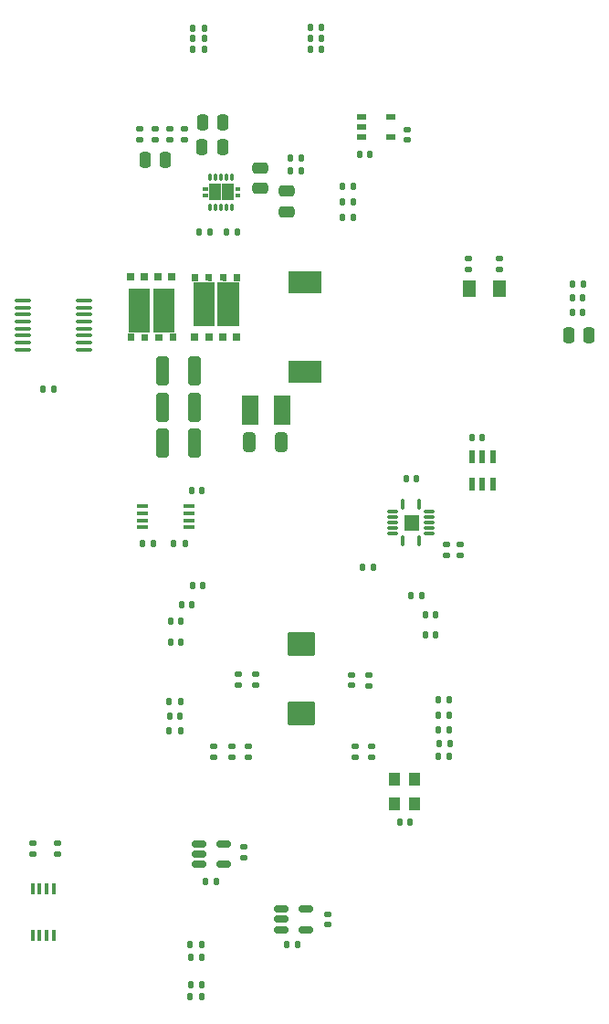
<source format=gbr>
%TF.GenerationSoftware,KiCad,Pcbnew,7.0.1*%
%TF.CreationDate,2023-05-29T11:52:31-05:00*%
%TF.ProjectId,bitaxeMax,62697461-7865-44d6-9178-2e6b69636164,rev?*%
%TF.SameCoordinates,Original*%
%TF.FileFunction,Paste,Top*%
%TF.FilePolarity,Positive*%
%FSLAX46Y46*%
G04 Gerber Fmt 4.6, Leading zero omitted, Abs format (unit mm)*
G04 Created by KiCad (PCBNEW 7.0.1) date 2023-05-29 11:52:31*
%MOMM*%
%LPD*%
G01*
G04 APERTURE LIST*
G04 Aperture macros list*
%AMRoundRect*
0 Rectangle with rounded corners*
0 $1 Rounding radius*
0 $2 $3 $4 $5 $6 $7 $8 $9 X,Y pos of 4 corners*
0 Add a 4 corners polygon primitive as box body*
4,1,4,$2,$3,$4,$5,$6,$7,$8,$9,$2,$3,0*
0 Add four circle primitives for the rounded corners*
1,1,$1+$1,$2,$3*
1,1,$1+$1,$4,$5*
1,1,$1+$1,$6,$7*
1,1,$1+$1,$8,$9*
0 Add four rect primitives between the rounded corners*
20,1,$1+$1,$2,$3,$4,$5,0*
20,1,$1+$1,$4,$5,$6,$7,0*
20,1,$1+$1,$6,$7,$8,$9,0*
20,1,$1+$1,$8,$9,$2,$3,0*%
G04 Aperture macros list end*
%ADD10C,0.010000*%
%ADD11C,0.001000*%
%ADD12RoundRect,0.135000X-0.135000X-0.185000X0.135000X-0.185000X0.135000X0.185000X-0.135000X0.185000X0*%
%ADD13RoundRect,0.250000X0.475000X-0.250000X0.475000X0.250000X-0.475000X0.250000X-0.475000X-0.250000X0*%
%ADD14RoundRect,0.140000X-0.170000X0.140000X-0.170000X-0.140000X0.170000X-0.140000X0.170000X0.140000X0*%
%ADD15RoundRect,0.040600X0.249400X-0.564400X0.249400X0.564400X-0.249400X0.564400X-0.249400X-0.564400X0*%
%ADD16RoundRect,0.100000X-0.637500X-0.100000X0.637500X-0.100000X0.637500X0.100000X-0.637500X0.100000X0*%
%ADD17RoundRect,0.135000X-0.185000X0.135000X-0.185000X-0.135000X0.185000X-0.135000X0.185000X0.135000X0*%
%ADD18RoundRect,0.140000X0.140000X0.170000X-0.140000X0.170000X-0.140000X-0.170000X0.140000X-0.170000X0*%
%ADD19RoundRect,0.250000X0.250000X0.475000X-0.250000X0.475000X-0.250000X-0.475000X0.250000X-0.475000X0*%
%ADD20RoundRect,0.250000X-0.475000X0.250000X-0.475000X-0.250000X0.475000X-0.250000X0.475000X0.250000X0*%
%ADD21RoundRect,0.250000X-0.250000X-0.475000X0.250000X-0.475000X0.250000X0.475000X-0.250000X0.475000X0*%
%ADD22R,1.168400X1.600200*%
%ADD23RoundRect,0.150000X-0.512500X-0.150000X0.512500X-0.150000X0.512500X0.150000X-0.512500X0.150000X0*%
%ADD24RoundRect,0.140000X-0.140000X-0.170000X0.140000X-0.170000X0.140000X0.170000X-0.140000X0.170000X0*%
%ADD25RoundRect,0.140000X0.170000X-0.140000X0.170000X0.140000X-0.170000X0.140000X-0.170000X-0.140000X0*%
%ADD26R,0.400000X1.100000*%
%ADD27RoundRect,0.007800X-0.122200X0.442200X-0.122200X-0.442200X0.122200X-0.442200X0.122200X0.442200X0*%
%ADD28RoundRect,0.007800X-0.442200X-0.122200X0.442200X-0.122200X0.442200X0.122200X-0.442200X0.122200X0*%
%ADD29R,3.100000X2.000000*%
%ADD30RoundRect,0.135000X0.135000X0.185000X-0.135000X0.185000X-0.135000X-0.185000X0.135000X-0.185000X0*%
%ADD31RoundRect,0.135000X0.185000X-0.135000X0.185000X0.135000X-0.185000X0.135000X-0.185000X-0.135000X0*%
%ADD32R,1.100000X0.400000*%
%ADD33RoundRect,0.250000X-1.025000X0.875000X-1.025000X-0.875000X1.025000X-0.875000X1.025000X0.875000X0*%
%ADD34R,0.700000X0.800000*%
%ADD35RoundRect,0.007874X-0.112126X0.292126X-0.112126X-0.292126X0.112126X-0.292126X0.112126X0.292126X0*%
%ADD36R,1.600000X2.700000*%
%ADD37RoundRect,0.250000X-0.325000X-1.100000X0.325000X-1.100000X0.325000X1.100000X-0.325000X1.100000X0*%
%ADD38R,1.100000X1.300000*%
%ADD39RoundRect,0.250000X0.325000X0.650000X-0.325000X0.650000X-0.325000X-0.650000X0.325000X-0.650000X0*%
%ADD40R,0.952500X0.558800*%
G04 APERTURE END LIST*
%TO.C,U2*%
D10*
X116474000Y-100726000D02*
X115174000Y-100726000D01*
X115174000Y-99426000D01*
X116474000Y-99426000D01*
X116474000Y-100726000D01*
G36*
X116474000Y-100726000D02*
G01*
X115174000Y-100726000D01*
X115174000Y-99426000D01*
X116474000Y-99426000D01*
X116474000Y-100726000D01*
G37*
%TO.C,Q2*%
X98591600Y-77590200D02*
X98061600Y-77580200D01*
X98061600Y-77020200D01*
X98591600Y-77020200D01*
X98591600Y-77590200D01*
G36*
X98591600Y-77590200D02*
G01*
X98061600Y-77580200D01*
X98061600Y-77020200D01*
X98591600Y-77020200D01*
X98591600Y-77590200D01*
G37*
X97291600Y-77590200D02*
X96761600Y-77580200D01*
X96761600Y-77020200D01*
X97291600Y-77020200D01*
X97291600Y-77590200D01*
G36*
X97291600Y-77590200D02*
G01*
X96761600Y-77580200D01*
X96761600Y-77020200D01*
X97291600Y-77020200D01*
X97291600Y-77590200D01*
G37*
X99881600Y-77610200D02*
X99351600Y-77600200D01*
X99351600Y-77040200D01*
X99881600Y-77040200D01*
X99881600Y-77610200D01*
G36*
X99881600Y-77610200D02*
G01*
X99351600Y-77600200D01*
X99351600Y-77040200D01*
X99881600Y-77040200D01*
X99881600Y-77610200D01*
G37*
X95991600Y-77610200D02*
X95461600Y-77600200D01*
X95461600Y-77040200D01*
X95991600Y-77040200D01*
X95991600Y-77610200D01*
G36*
X95991600Y-77610200D02*
G01*
X95461600Y-77600200D01*
X95461600Y-77040200D01*
X95991600Y-77040200D01*
X95991600Y-77610200D01*
G37*
X97521600Y-81790200D02*
X95601600Y-81790200D01*
X95601600Y-77810200D01*
X97521600Y-77810200D01*
X97521600Y-81790200D01*
G36*
X97521600Y-81790200D02*
G01*
X95601600Y-81790200D01*
X95601600Y-77810200D01*
X97521600Y-77810200D01*
X97521600Y-81790200D01*
G37*
X99801600Y-81800200D02*
X97881600Y-81800200D01*
X97881600Y-77820200D01*
X99801600Y-77820200D01*
X99801600Y-81800200D01*
G36*
X99801600Y-81800200D02*
G01*
X97881600Y-81800200D01*
X97881600Y-77820200D01*
X99801600Y-77820200D01*
X99801600Y-81800200D01*
G37*
%TO.C,U9*%
D11*
X99901691Y-69222200D02*
X99531691Y-69222200D01*
X99531691Y-68972200D01*
X99901691Y-68972200D01*
X99901691Y-69222200D01*
G36*
X99901691Y-69222200D02*
G01*
X99531691Y-69222200D01*
X99531691Y-68972200D01*
X99901691Y-68972200D01*
X99901691Y-69222200D01*
G37*
X96871691Y-69222200D02*
X96501691Y-69222200D01*
X96501691Y-68972200D01*
X96871691Y-68972200D01*
X96871691Y-69222200D01*
G36*
X96871691Y-69222200D02*
G01*
X96501691Y-69222200D01*
X96501691Y-68972200D01*
X96871691Y-68972200D01*
X96871691Y-69222200D01*
G37*
X99901691Y-69872200D02*
X99531691Y-69872200D01*
X99531691Y-69622200D01*
X99901691Y-69622200D01*
X99901691Y-69872200D01*
G36*
X99901691Y-69872200D02*
G01*
X99531691Y-69872200D01*
X99531691Y-69622200D01*
X99901691Y-69622200D01*
X99901691Y-69872200D01*
G37*
X96871691Y-69872200D02*
X96501691Y-69872200D01*
X96501691Y-69622200D01*
X96871691Y-69622200D01*
X96871691Y-69872200D01*
G36*
X96871691Y-69872200D02*
G01*
X96501691Y-69872200D01*
X96501691Y-69622200D01*
X96871691Y-69622200D01*
X96871691Y-69872200D01*
G37*
X99311691Y-70132200D02*
X98301691Y-70132200D01*
X98301691Y-68682200D01*
X99311691Y-68682200D01*
X99311691Y-70132200D01*
G36*
X99311691Y-70132200D02*
G01*
X98301691Y-70132200D01*
X98301691Y-68682200D01*
X99311691Y-68682200D01*
X99311691Y-70132200D01*
G37*
X98091691Y-70132200D02*
X97081691Y-70132200D01*
X97081691Y-68682200D01*
X98091691Y-68682200D01*
X98091691Y-70132200D01*
G36*
X98091691Y-70132200D02*
G01*
X97081691Y-70132200D01*
X97081691Y-68682200D01*
X98091691Y-68682200D01*
X98091691Y-70132200D01*
G37*
%TO.C,Q1*%
D10*
X91339887Y-82596364D02*
X91339887Y-83156364D01*
X90809887Y-83156364D01*
X90809887Y-82586364D01*
X91339887Y-82596364D01*
G36*
X91339887Y-82596364D02*
G01*
X91339887Y-83156364D01*
X90809887Y-83156364D01*
X90809887Y-82586364D01*
X91339887Y-82596364D01*
G37*
X92639887Y-82596364D02*
X92639887Y-83156364D01*
X92109887Y-83156364D01*
X92109887Y-82586364D01*
X92639887Y-82596364D01*
G36*
X92639887Y-82596364D02*
G01*
X92639887Y-83156364D01*
X92109887Y-83156364D01*
X92109887Y-82586364D01*
X92639887Y-82596364D01*
G37*
X90049887Y-82576364D02*
X90049887Y-83136364D01*
X89519887Y-83136364D01*
X89519887Y-82566364D01*
X90049887Y-82576364D01*
G36*
X90049887Y-82576364D02*
G01*
X90049887Y-83136364D01*
X89519887Y-83136364D01*
X89519887Y-82566364D01*
X90049887Y-82576364D01*
G37*
X93939887Y-82576364D02*
X93939887Y-83136364D01*
X93409887Y-83136364D01*
X93409887Y-82566364D01*
X93939887Y-82576364D01*
G36*
X93939887Y-82576364D02*
G01*
X93939887Y-83136364D01*
X93409887Y-83136364D01*
X93409887Y-82566364D01*
X93939887Y-82576364D01*
G37*
X93799887Y-82366364D02*
X91879887Y-82366364D01*
X91879887Y-78386364D01*
X93799887Y-78386364D01*
X93799887Y-82366364D01*
G36*
X93799887Y-82366364D02*
G01*
X91879887Y-82366364D01*
X91879887Y-78386364D01*
X93799887Y-78386364D01*
X93799887Y-82366364D01*
G37*
X91519887Y-82356364D02*
X89599887Y-82356364D01*
X89599887Y-78376364D01*
X91519887Y-78376364D01*
X91519887Y-82356364D01*
G36*
X91519887Y-82356364D02*
G01*
X89599887Y-82356364D01*
X89599887Y-78376364D01*
X91519887Y-78376364D01*
X91519887Y-82356364D01*
G37*
%TD*%
D12*
%TO.C,R26*%
X95600000Y-55220000D03*
X96620000Y-55220000D03*
%TD*%
D13*
%TO.C,C43*%
X104265600Y-71247800D03*
X104265600Y-69347800D03*
%TD*%
D14*
%TO.C,C19*%
X119126000Y-102136000D03*
X119126000Y-103096000D03*
%TD*%
D15*
%TO.C,U3*%
X121478000Y-96505000D03*
X122428000Y-96505000D03*
X123378000Y-96505000D03*
X123378000Y-93995000D03*
X122428000Y-93995000D03*
X121478000Y-93995000D03*
%TD*%
D16*
%TO.C,U8*%
X79777500Y-79495000D03*
X79777500Y-80145000D03*
X79777500Y-80795000D03*
X79777500Y-81445000D03*
X79777500Y-82095000D03*
X79777500Y-82745000D03*
X79777500Y-83395000D03*
X79777500Y-84045000D03*
X85502500Y-84045000D03*
X85502500Y-83395000D03*
X85502500Y-82745000D03*
X85502500Y-82095000D03*
X85502500Y-81445000D03*
X85502500Y-80795000D03*
X85502500Y-80145000D03*
X85502500Y-79495000D03*
%TD*%
D14*
%TO.C,C7*%
X99820000Y-114150000D03*
X99820000Y-115110000D03*
%TD*%
D12*
%TO.C,R7*%
X93400000Y-116670000D03*
X94420000Y-116670000D03*
%TD*%
D17*
%TO.C,R13*%
X90649600Y-63569000D03*
X90649600Y-64589000D03*
%TD*%
D18*
%TO.C,C1*%
X115730000Y-127810000D03*
X114770000Y-127810000D03*
%TD*%
D19*
%TO.C,C41*%
X98355400Y-63005800D03*
X96455400Y-63005800D03*
%TD*%
D12*
%TO.C,R1*%
X118360000Y-116520000D03*
X119380000Y-116520000D03*
%TD*%
D18*
%TO.C,C3*%
X118082000Y-108630000D03*
X117122000Y-108630000D03*
%TD*%
D20*
%TO.C,C38*%
X101783000Y-67211600D03*
X101783000Y-69111600D03*
%TD*%
D12*
%TO.C,R27*%
X106450000Y-55180000D03*
X107470000Y-55180000D03*
%TD*%
D14*
%TO.C,C25*%
X108127500Y-136360000D03*
X108127500Y-137320000D03*
%TD*%
D21*
%TO.C,C45*%
X91120000Y-66420000D03*
X93020000Y-66420000D03*
%TD*%
D22*
%TO.C,Y1*%
X124017400Y-78349000D03*
X121172600Y-78349000D03*
%TD*%
D23*
%TO.C,U5*%
X96144500Y-129860000D03*
X96144500Y-130810000D03*
X96144500Y-131760000D03*
X98419500Y-131760000D03*
X98419500Y-129860000D03*
%TD*%
D21*
%TO.C,C51*%
X130440000Y-82740000D03*
X132340000Y-82740000D03*
%TD*%
D17*
%TO.C,R6*%
X97500000Y-120800000D03*
X97500000Y-121820000D03*
%TD*%
D23*
%TO.C,U6*%
X103770000Y-135890000D03*
X103770000Y-136840000D03*
X103770000Y-137790000D03*
X106045000Y-137790000D03*
X106045000Y-135890000D03*
%TD*%
D24*
%TO.C,C50*%
X130787000Y-79266000D03*
X131747000Y-79266000D03*
%TD*%
D25*
%TO.C,C4*%
X110660000Y-121800000D03*
X110660000Y-120840000D03*
%TD*%
D26*
%TO.C,U7*%
X82655000Y-134030000D03*
X82005000Y-134030000D03*
X81355000Y-134030000D03*
X80705000Y-134030000D03*
X80705000Y-138330000D03*
X81355000Y-138330000D03*
X82005000Y-138330000D03*
X82655000Y-138330000D03*
%TD*%
D18*
%TO.C,C12*%
X96492000Y-105918000D03*
X95532000Y-105918000D03*
%TD*%
D24*
%TO.C,C52*%
X130790000Y-80550000D03*
X131750000Y-80550000D03*
%TD*%
D12*
%TO.C,R29*%
X106450000Y-56190000D03*
X107470000Y-56190000D03*
%TD*%
D25*
%TO.C,C30*%
X124043000Y-76576000D03*
X124043000Y-75616000D03*
%TD*%
D24*
%TO.C,C26*%
X121440000Y-92202000D03*
X122400000Y-92202000D03*
%TD*%
D27*
%TO.C,U2*%
X115074000Y-98391000D03*
D28*
X114139000Y-99076000D03*
X114139000Y-99576000D03*
X114139000Y-100076000D03*
X114139000Y-100576000D03*
X114139000Y-101076000D03*
D27*
X115074000Y-101761000D03*
X116574000Y-101761000D03*
D28*
X117509000Y-101076000D03*
X117509000Y-100576000D03*
X117509000Y-100076000D03*
X117509000Y-99576000D03*
X117509000Y-99076000D03*
D27*
X116574000Y-98391000D03*
%TD*%
D17*
%TO.C,R10*%
X94828800Y-63573600D03*
X94828800Y-64593600D03*
%TD*%
D29*
%TO.C,L1*%
X106000600Y-77761400D03*
X106000600Y-86081400D03*
%TD*%
D30*
%TO.C,R20*%
X131777000Y-77964000D03*
X130757000Y-77964000D03*
%TD*%
D31*
%TO.C,R15*%
X93465000Y-64589000D03*
X93465000Y-63569000D03*
%TD*%
D18*
%TO.C,C15*%
X95476000Y-107696000D03*
X94516000Y-107696000D03*
%TD*%
D30*
%TO.C,R16*%
X94840000Y-102040000D03*
X93820000Y-102040000D03*
%TD*%
D18*
%TO.C,C32*%
X94390000Y-118050000D03*
X93430000Y-118050000D03*
%TD*%
D25*
%TO.C,C16*%
X100710000Y-121800000D03*
X100710000Y-120840000D03*
%TD*%
D12*
%TO.C,R3*%
X118360000Y-117890000D03*
X119380000Y-117890000D03*
%TD*%
D14*
%TO.C,C49*%
X115489000Y-63645000D03*
X115489000Y-64605000D03*
%TD*%
D24*
%TO.C,C18*%
X93490000Y-111125000D03*
X94450000Y-111125000D03*
%TD*%
D19*
%TO.C,C40*%
X98333000Y-65268000D03*
X96433000Y-65268000D03*
%TD*%
D32*
%TO.C,U10*%
X90890000Y-98565000D03*
X90890000Y-99215000D03*
X90890000Y-99865000D03*
X90890000Y-100515000D03*
X95190000Y-100515000D03*
X95190000Y-99865000D03*
X95190000Y-99215000D03*
X95190000Y-98565000D03*
%TD*%
D24*
%TO.C,C39*%
X104635400Y-67480800D03*
X105595400Y-67480800D03*
%TD*%
D14*
%TO.C,C21*%
X120396000Y-102136000D03*
X120396000Y-103096000D03*
%TD*%
D25*
%TO.C,C31*%
X121159000Y-76585000D03*
X121159000Y-75625000D03*
%TD*%
D18*
%TO.C,C35*%
X82650000Y-87720000D03*
X81690000Y-87720000D03*
%TD*%
D14*
%TO.C,C10*%
X110280000Y-114170000D03*
X110280000Y-115130000D03*
%TD*%
%TO.C,C11*%
X101370000Y-114140000D03*
X101370000Y-115100000D03*
%TD*%
D17*
%TO.C,R14*%
X92057300Y-63569000D03*
X92057300Y-64589000D03*
%TD*%
D12*
%TO.C,R11*%
X104604000Y-66292000D03*
X105624000Y-66292000D03*
%TD*%
D25*
%TO.C,C14*%
X99190000Y-121800000D03*
X99190000Y-120840000D03*
%TD*%
D33*
%TO.C,C13*%
X105600000Y-111360000D03*
X105600000Y-117760000D03*
%TD*%
D34*
%TO.C,Q2*%
X95751600Y-82862700D03*
X97049900Y-82862700D03*
X98313300Y-82862700D03*
X99611600Y-82862700D03*
%TD*%
D30*
%TO.C,R23*%
X119420000Y-120520000D03*
X118400000Y-120520000D03*
%TD*%
D25*
%TO.C,C33*%
X83058000Y-130782000D03*
X83058000Y-129822000D03*
%TD*%
D24*
%TO.C,C44*%
X95450000Y-97140000D03*
X96410000Y-97140000D03*
%TD*%
D35*
%TO.C,U9*%
X99201691Y-68022200D03*
X98701691Y-68022200D03*
X98171691Y-68022200D03*
X97701691Y-68022200D03*
X97201691Y-68022200D03*
X97201691Y-70822200D03*
X97701691Y-70822200D03*
X98201691Y-70822200D03*
X98701691Y-70822200D03*
X99201691Y-70822200D03*
%TD*%
D12*
%TO.C,R36*%
X95345000Y-143965000D03*
X96365000Y-143965000D03*
%TD*%
D24*
%TO.C,C22*%
X96782000Y-133320000D03*
X97742000Y-133320000D03*
%TD*%
D18*
%TO.C,C6*%
X116782000Y-106870000D03*
X115822000Y-106870000D03*
%TD*%
D36*
%TO.C,C46*%
X103851600Y-89640200D03*
X100851600Y-89640200D03*
%TD*%
D12*
%TO.C,R18*%
X109445000Y-68891000D03*
X110465000Y-68891000D03*
%TD*%
D34*
%TO.C,Q1*%
X93649887Y-77313864D03*
X92351587Y-77313864D03*
X91088187Y-77313864D03*
X89789887Y-77313864D03*
%TD*%
D12*
%TO.C,R25*%
X95375000Y-140335000D03*
X96395000Y-140335000D03*
%TD*%
%TO.C,R17*%
X90910000Y-102040000D03*
X91930000Y-102040000D03*
%TD*%
D24*
%TO.C,C42*%
X96189800Y-73128000D03*
X97149800Y-73128000D03*
%TD*%
D37*
%TO.C,C34*%
X92806600Y-85970200D03*
X95756600Y-85970200D03*
%TD*%
D38*
%TO.C,U1*%
X116140000Y-126170000D03*
X116140000Y-123870000D03*
X114240000Y-123870000D03*
X114240000Y-126170000D03*
%TD*%
D12*
%TO.C,R12*%
X98650200Y-73123400D03*
X99670200Y-73123400D03*
%TD*%
D30*
%TO.C,R4*%
X110465000Y-71760000D03*
X109445000Y-71760000D03*
%TD*%
D24*
%TO.C,C2*%
X117122000Y-110490000D03*
X118082000Y-110490000D03*
%TD*%
D12*
%TO.C,R19*%
X109445000Y-70325500D03*
X110465000Y-70325500D03*
%TD*%
D30*
%TO.C,R24*%
X96365000Y-139145000D03*
X95345000Y-139145000D03*
%TD*%
D24*
%TO.C,C23*%
X104317500Y-139210000D03*
X105277500Y-139210000D03*
%TD*%
D25*
%TO.C,C5*%
X112160000Y-121800000D03*
X112160000Y-120840000D03*
%TD*%
D12*
%TO.C,R2*%
X118360000Y-121740000D03*
X119380000Y-121740000D03*
%TD*%
D31*
%TO.C,R9*%
X80772000Y-130812000D03*
X80772000Y-129792000D03*
%TD*%
D18*
%TO.C,C17*%
X94450000Y-109220000D03*
X93490000Y-109220000D03*
%TD*%
D12*
%TO.C,R22*%
X106450000Y-54180000D03*
X107470000Y-54180000D03*
%TD*%
D18*
%TO.C,C8*%
X112290000Y-104240000D03*
X111330000Y-104240000D03*
%TD*%
D24*
%TO.C,C29*%
X95405000Y-142875000D03*
X96365000Y-142875000D03*
%TD*%
%TO.C,C27*%
X111051000Y-65931000D03*
X112011000Y-65931000D03*
%TD*%
D18*
%TO.C,C20*%
X116332000Y-96012000D03*
X115372000Y-96012000D03*
%TD*%
D12*
%TO.C,R21*%
X95600000Y-54220000D03*
X96620000Y-54220000D03*
%TD*%
D39*
%TO.C,C47*%
X103786600Y-92610200D03*
X100836600Y-92610200D03*
%TD*%
D14*
%TO.C,C24*%
X100292000Y-130140000D03*
X100292000Y-131100000D03*
%TD*%
D12*
%TO.C,R5*%
X118360000Y-119250000D03*
X119380000Y-119250000D03*
%TD*%
D37*
%TO.C,C36*%
X92766600Y-89380200D03*
X95716600Y-89380200D03*
%TD*%
D14*
%TO.C,C9*%
X111870000Y-114230000D03*
X111870000Y-115190000D03*
%TD*%
D40*
%TO.C,U11*%
X111185050Y-62440200D03*
X111185050Y-63380000D03*
X111185050Y-64319800D03*
X113940950Y-64319800D03*
X113940950Y-62440200D03*
%TD*%
D37*
%TO.C,C37*%
X92766600Y-92740200D03*
X95716600Y-92740200D03*
%TD*%
D12*
%TO.C,R28*%
X95600000Y-56220000D03*
X96620000Y-56220000D03*
%TD*%
%TO.C,R8*%
X93400000Y-119380000D03*
X94420000Y-119380000D03*
%TD*%
M02*

</source>
